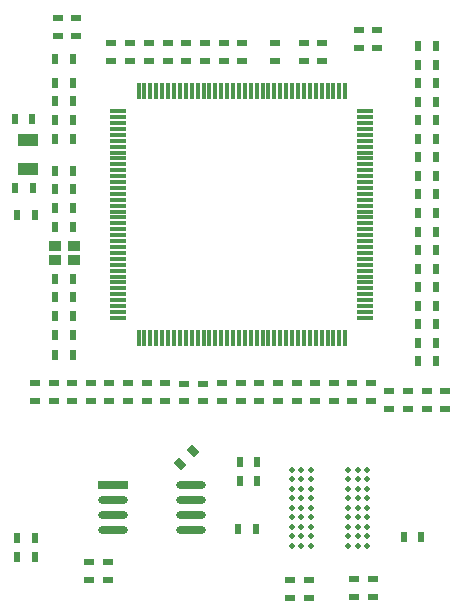
<source format=gtp>
G04*
G04 #@! TF.GenerationSoftware,Altium Limited,Altium Designer,19.1.9 (167)*
G04*
G04 Layer_Color=8421504*
%FSLAX44Y44*%
%MOMM*%
G71*
G01*
G75*
%ADD13C,0.5000*%
%ADD14R,0.6000X0.9000*%
%ADD15R,1.0000X0.9000*%
%ADD16R,1.8000X1.0000*%
%ADD17R,1.3500X0.3500*%
%ADD18R,0.3500X1.3500*%
%ADD19O,2.5000X0.7000*%
%ADD20R,2.5000X0.7000*%
%ADD21R,0.9000X0.6000*%
G04:AMPARAMS|DCode=22|XSize=0.6mm|YSize=0.9mm|CornerRadius=0mm|HoleSize=0mm|Usage=FLASHONLY|Rotation=45.000|XOffset=0mm|YOffset=0mm|HoleType=Round|Shape=Rectangle|*
%AMROTATEDRECTD22*
4,1,4,0.1061,-0.5303,-0.5303,0.1061,-0.1061,0.5303,0.5303,-0.1061,0.1061,-0.5303,0.0*
%
%ADD22ROTATEDRECTD22*%

D13*
X259500Y125500D02*
D03*
Y117500D02*
D03*
Y109500D02*
D03*
Y101500D02*
D03*
Y93500D02*
D03*
Y85500D02*
D03*
Y77500D02*
D03*
Y69500D02*
D03*
Y61500D02*
D03*
X267500Y125500D02*
D03*
Y117500D02*
D03*
Y109500D02*
D03*
Y101500D02*
D03*
Y93500D02*
D03*
Y85500D02*
D03*
Y77500D02*
D03*
Y69500D02*
D03*
Y61500D02*
D03*
X275500Y125500D02*
D03*
Y117500D02*
D03*
Y109500D02*
D03*
Y101500D02*
D03*
Y93500D02*
D03*
Y85500D02*
D03*
Y77500D02*
D03*
Y69500D02*
D03*
Y61500D02*
D03*
X307500Y125500D02*
D03*
Y117500D02*
D03*
Y109500D02*
D03*
Y101500D02*
D03*
Y93500D02*
D03*
Y85500D02*
D03*
Y77500D02*
D03*
Y69500D02*
D03*
Y61500D02*
D03*
X315500Y125500D02*
D03*
Y117500D02*
D03*
Y109500D02*
D03*
Y101500D02*
D03*
Y93500D02*
D03*
Y85500D02*
D03*
Y77500D02*
D03*
Y69500D02*
D03*
Y61500D02*
D03*
X323500Y125500D02*
D03*
Y117500D02*
D03*
Y109500D02*
D03*
Y101500D02*
D03*
Y93500D02*
D03*
Y85500D02*
D03*
Y77500D02*
D03*
Y69500D02*
D03*
Y61500D02*
D03*
D14*
X230250Y116547D02*
D03*
X215250D02*
D03*
X381250Y390155D02*
D03*
X366250D02*
D03*
X381750Y374453D02*
D03*
X366750D02*
D03*
X381750Y358750D02*
D03*
X366750D02*
D03*
X381750Y327298D02*
D03*
X366750D02*
D03*
X366750Y233082D02*
D03*
X381750D02*
D03*
X381750Y311595D02*
D03*
X366750D02*
D03*
X366750Y217380D02*
D03*
X381750D02*
D03*
X381750Y295892D02*
D03*
X366750D02*
D03*
X74250Y347453D02*
D03*
X59250D02*
D03*
X381750Y280190D02*
D03*
X366750D02*
D03*
X381750Y264487D02*
D03*
X366750D02*
D03*
X381750Y248785D02*
D03*
X366750D02*
D03*
X74250Y363155D02*
D03*
X59250D02*
D03*
X74250Y378858D02*
D03*
X59250D02*
D03*
X74250Y405500D02*
D03*
X59250D02*
D03*
X74250Y421750D02*
D03*
X59250D02*
D03*
X74250Y437500D02*
D03*
X59250D02*
D03*
X74250Y453500D02*
D03*
X59250D02*
D03*
X381500Y452965D02*
D03*
X366500D02*
D03*
X381500Y437263D02*
D03*
X366500D02*
D03*
X381500Y421560D02*
D03*
X366500D02*
D03*
X381250Y405858D02*
D03*
X366250D02*
D03*
X59250Y240047D02*
D03*
X74250D02*
D03*
X74250Y473453D02*
D03*
X59250D02*
D03*
X59250Y256000D02*
D03*
X74250D02*
D03*
X59250Y271798D02*
D03*
X74250D02*
D03*
X41750Y67750D02*
D03*
X26750D02*
D03*
X41750Y51500D02*
D03*
X26750D02*
D03*
X369250Y69000D02*
D03*
X354250D02*
D03*
X215250Y132250D02*
D03*
X230250D02*
D03*
X214000Y75250D02*
D03*
X229000D02*
D03*
X381500Y468750D02*
D03*
X366500D02*
D03*
X381250Y484500D02*
D03*
X366250D02*
D03*
X381750Y343000D02*
D03*
X366750D02*
D03*
X59250Y287500D02*
D03*
X74250D02*
D03*
X59250Y330863D02*
D03*
X74250D02*
D03*
X59250Y222750D02*
D03*
X74250D02*
D03*
X26750Y341750D02*
D03*
X41750D02*
D03*
X25000Y364347D02*
D03*
X40000D02*
D03*
X24750Y422750D02*
D03*
X39750D02*
D03*
D15*
X75250Y303000D02*
D03*
Y315250D02*
D03*
X58750Y303000D02*
D03*
Y315250D02*
D03*
D16*
X36250Y380250D02*
D03*
Y405250D02*
D03*
D17*
X112750Y429250D02*
D03*
Y424250D02*
D03*
Y419250D02*
D03*
Y414250D02*
D03*
Y409250D02*
D03*
Y404250D02*
D03*
Y399250D02*
D03*
Y394250D02*
D03*
Y389250D02*
D03*
Y384250D02*
D03*
Y379250D02*
D03*
Y374250D02*
D03*
Y369250D02*
D03*
Y364250D02*
D03*
Y359250D02*
D03*
Y354250D02*
D03*
Y349250D02*
D03*
Y344250D02*
D03*
Y339250D02*
D03*
Y334250D02*
D03*
Y329250D02*
D03*
Y324250D02*
D03*
Y319250D02*
D03*
Y314250D02*
D03*
Y309250D02*
D03*
Y304250D02*
D03*
Y299250D02*
D03*
Y294250D02*
D03*
Y289250D02*
D03*
Y284250D02*
D03*
Y279250D02*
D03*
Y274250D02*
D03*
Y269250D02*
D03*
Y264250D02*
D03*
Y259250D02*
D03*
Y254250D02*
D03*
X321750D02*
D03*
Y259250D02*
D03*
Y264250D02*
D03*
Y269250D02*
D03*
Y274250D02*
D03*
Y279250D02*
D03*
Y284250D02*
D03*
Y289250D02*
D03*
Y294250D02*
D03*
Y299250D02*
D03*
Y304250D02*
D03*
Y309250D02*
D03*
Y314250D02*
D03*
Y319250D02*
D03*
Y324250D02*
D03*
Y329250D02*
D03*
Y334250D02*
D03*
Y339250D02*
D03*
Y344250D02*
D03*
Y349250D02*
D03*
Y354250D02*
D03*
Y359250D02*
D03*
Y364250D02*
D03*
Y369250D02*
D03*
Y374250D02*
D03*
Y379250D02*
D03*
Y384250D02*
D03*
Y389250D02*
D03*
Y394250D02*
D03*
Y399250D02*
D03*
Y404250D02*
D03*
Y409250D02*
D03*
Y414250D02*
D03*
Y419250D02*
D03*
Y424250D02*
D03*
Y429250D02*
D03*
D18*
X129750Y237250D02*
D03*
X134750D02*
D03*
X139750D02*
D03*
X144750D02*
D03*
X149750D02*
D03*
X154750D02*
D03*
X159750D02*
D03*
X164750D02*
D03*
X169750D02*
D03*
X174750D02*
D03*
X179750D02*
D03*
X184750D02*
D03*
X189750D02*
D03*
X194750D02*
D03*
X199750D02*
D03*
X204750D02*
D03*
X209750D02*
D03*
X214750D02*
D03*
X219750D02*
D03*
X224750D02*
D03*
X229750D02*
D03*
X234750D02*
D03*
X239750D02*
D03*
X244750D02*
D03*
X249750D02*
D03*
X254750D02*
D03*
X259750D02*
D03*
X264750D02*
D03*
X269750D02*
D03*
X274750D02*
D03*
X279750D02*
D03*
X284750D02*
D03*
X289750D02*
D03*
X294750D02*
D03*
X299750D02*
D03*
X304750D02*
D03*
Y446250D02*
D03*
X299750D02*
D03*
X294750D02*
D03*
X289750D02*
D03*
X284750D02*
D03*
X279750D02*
D03*
X274750D02*
D03*
X269750D02*
D03*
X264750D02*
D03*
X259750D02*
D03*
X254750D02*
D03*
X249750D02*
D03*
X244750D02*
D03*
X239750D02*
D03*
X234750D02*
D03*
X229750D02*
D03*
X224750D02*
D03*
X219750D02*
D03*
X214750D02*
D03*
X209750D02*
D03*
X204750D02*
D03*
X199750D02*
D03*
X194750D02*
D03*
X189750D02*
D03*
X184750D02*
D03*
X179750D02*
D03*
X174750D02*
D03*
X169750D02*
D03*
X164750D02*
D03*
X159750D02*
D03*
X154750D02*
D03*
X149750D02*
D03*
X144750D02*
D03*
X139750D02*
D03*
X134750D02*
D03*
X129750D02*
D03*
D19*
X173853Y74900D02*
D03*
Y87600D02*
D03*
Y100300D02*
D03*
Y113000D02*
D03*
X107852Y74900D02*
D03*
Y87600D02*
D03*
Y100300D02*
D03*
D20*
Y113000D02*
D03*
D21*
X316250Y483000D02*
D03*
Y498000D02*
D03*
X331953Y498000D02*
D03*
Y483000D02*
D03*
X61500Y493000D02*
D03*
Y508000D02*
D03*
X77203Y508000D02*
D03*
Y493000D02*
D03*
X152203Y198750D02*
D03*
Y183750D02*
D03*
X136500Y198750D02*
D03*
Y183750D02*
D03*
X120798Y198750D02*
D03*
Y183750D02*
D03*
X89392Y198750D02*
D03*
Y183750D02*
D03*
X73690Y198750D02*
D03*
Y183750D02*
D03*
X357703Y192250D02*
D03*
Y177250D02*
D03*
X154500Y471750D02*
D03*
Y486750D02*
D03*
X170203Y471750D02*
D03*
Y486750D02*
D03*
X186000Y471750D02*
D03*
Y486750D02*
D03*
X269750Y486750D02*
D03*
Y471750D02*
D03*
X285452Y486750D02*
D03*
Y471750D02*
D03*
X201702Y486750D02*
D03*
Y471750D02*
D03*
X342000Y192250D02*
D03*
Y177250D02*
D03*
X326297Y198750D02*
D03*
Y183750D02*
D03*
X310595Y198750D02*
D03*
Y183750D02*
D03*
X294892Y198750D02*
D03*
Y183750D02*
D03*
X279190Y198750D02*
D03*
Y183750D02*
D03*
X263487Y198750D02*
D03*
Y183750D02*
D03*
X232082Y198750D02*
D03*
Y183750D02*
D03*
X216380Y198750D02*
D03*
Y183750D02*
D03*
X200677Y198750D02*
D03*
Y183750D02*
D03*
X57987Y198750D02*
D03*
Y183750D02*
D03*
X184250Y183500D02*
D03*
Y198500D02*
D03*
X122297Y471750D02*
D03*
Y486750D02*
D03*
X167905Y183500D02*
D03*
Y198500D02*
D03*
X138798Y471750D02*
D03*
Y486750D02*
D03*
X103750Y47500D02*
D03*
Y32500D02*
D03*
X88048Y47500D02*
D03*
Y32500D02*
D03*
X327952Y18000D02*
D03*
Y33000D02*
D03*
X312250Y18000D02*
D03*
Y33000D02*
D03*
X274000Y17250D02*
D03*
Y32250D02*
D03*
X258250Y17250D02*
D03*
Y32250D02*
D03*
X373750Y177250D02*
D03*
Y192250D02*
D03*
X106595Y486750D02*
D03*
Y471750D02*
D03*
X217405Y486750D02*
D03*
Y471750D02*
D03*
X245500Y486750D02*
D03*
Y471750D02*
D03*
X389453Y177250D02*
D03*
Y192250D02*
D03*
X247785Y183750D02*
D03*
Y198750D02*
D03*
X105095Y183750D02*
D03*
Y198750D02*
D03*
X42285Y183750D02*
D03*
Y198750D02*
D03*
D22*
X165250Y130520D02*
D03*
X175857Y141126D02*
D03*
M02*

</source>
